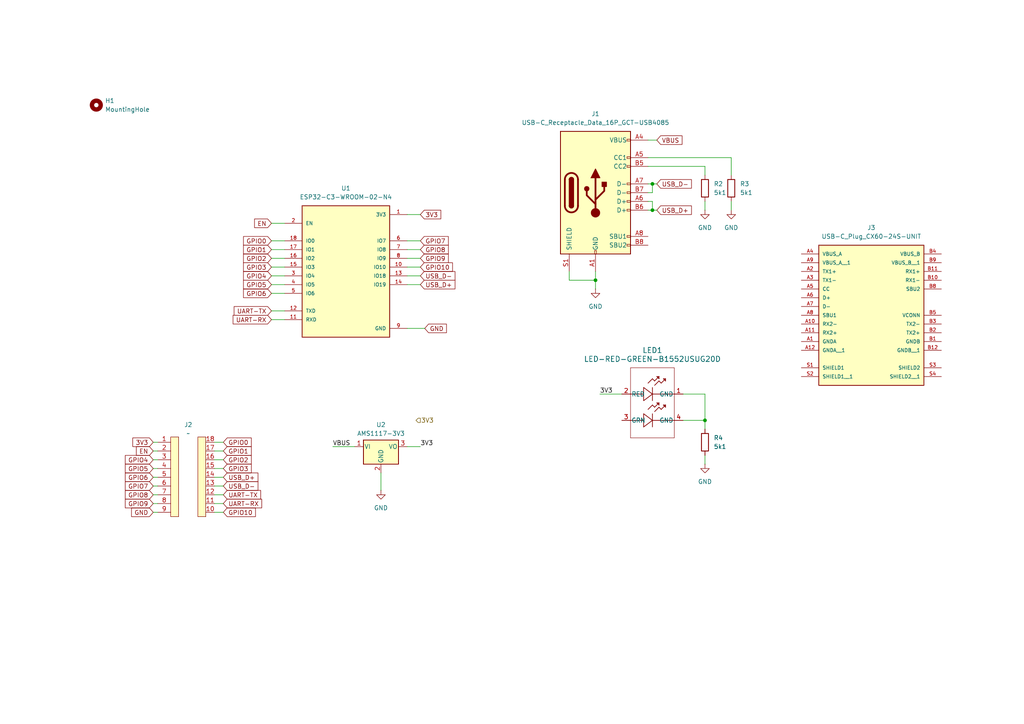
<source format=kicad_sch>
(kicad_sch (version 20231120) (generator "eeschema") (generator_version "8.0")
  (paper "A4")
  (lib_symbols
    (symbol "Alexander Symbol Library:ESP32-C3-WROOM-02-N4" (pin_names (offset 1.016))
      (property "Reference" "U" (at -12.7 21.082 0))
      (property "Value" "ESP32-C3-WROOM-02-N4" (at -13.208 -19.05 0))
      (symbol "ESP32-C3-WROOM-02-N4_0_0"
        (rectangle (start -12.7 20.32) (end 12.7 -17.78) (stroke (width 0.254)) (fill (type background)))
        (pin power_in line (at 17.78 17.78 180) (length 5.08) (name "3V3") (number "1"))
        (pin bidirectional line (at 17.78 2.54 180) (length 5.08) (name "IO10") (number "10"))
        (pin bidirectional line (at -17.78 -12.7 0) (length 5.08) (name "RXD") (number "11"))
        (pin bidirectional line (at -17.78 -10.16 0) (length 5.08) (name "TXD") (number "12"))
        (pin bidirectional line (at 17.78 0 180) (length 5.08) (name "IO18") (number "13"))
        (pin bidirectional line (at 17.78 -2.54 180) (length 5.08) (name "IO19") (number "14"))
        (pin bidirectional line (at -17.78 2.54 0) (length 5.08) (name "IO3") (number "15"))
        (pin bidirectional line (at -17.78 5.08 0) (length 5.08) (name "IO2") (number "16"))
        (pin bidirectional line (at -17.78 7.62 0) (length 5.08) (name "IO1") (number "17"))
        (pin bidirectional line (at -17.78 10.16 0) (length 5.08) (name "IO0") (number "18"))
        (pin power_in line (at 17.78 -15.24 180) (length 5.08) hide (name "GND__1") (number "19"))
        (pin input line (at -17.78 15.24 0) (length 5.08) (name "EN") (number "2"))
        (pin power_in line (at 17.78 -15.24 180) (length 5.08) hide (name "GND__2") (number "20"))
        (pin power_in line (at 17.78 -15.24 180) (length 5.08) hide (name "GND__3") (number "21"))
        (pin power_in line (at 17.78 -15.24 180) (length 5.08) hide (name "GND__4") (number "22"))
        (pin power_in line (at 17.78 -15.24 180) (length 5.08) hide (name "GND__5") (number "23"))
        (pin power_in line (at 17.78 -15.24 180) (length 5.08) hide (name "GND__6") (number "24"))
        (pin power_in line (at 17.78 -15.24 180) (length 5.08) hide (name "GND__7") (number "25"))
        (pin power_in line (at 17.78 -15.24 180) (length 5.08) hide (name "GND__8") (number "26"))
        (pin power_in line (at 17.78 -15.24 180) (length 5.08) hide (name "GND__9") (number "27"))
        (pin power_in line (at 17.78 -15.24 180) (length 5.08) hide (name "GND__10") (number "28"))
        (pin power_in line (at 17.78 -15.24 180) (length 5.08) hide (name "GND__11") (number "29"))
        (pin bidirectional line (at -17.78 0 0) (length 5.08) (name "IO4") (number "3"))
        (pin power_in line (at 17.78 -15.24 180) (length 5.08) hide (name "GND__12") (number "30"))
        (pin power_in line (at 17.78 -15.24 180) (length 5.08) hide (name "GND__13") (number "31"))
        (pin power_in line (at 17.78 -15.24 180) (length 5.08) hide (name "GND__14") (number "32"))
        (pin power_in line (at 17.78 -15.24 180) (length 5.08) hide (name "GND__15") (number "33"))
        (pin power_in line (at 17.78 -15.24 180) (length 5.08) hide (name "GND__16") (number "34"))
        (pin power_in line (at 17.78 -15.24 180) (length 5.08) hide (name "GND__17") (number "35"))
        (pin power_in line (at 17.78 -15.24 180) (length 5.08) hide (name "GND__18") (number "36"))
        (pin power_in line (at 17.78 -15.24 180) (length 5.08) hide (name "GND__19") (number "37"))
        (pin power_in line (at 17.78 -15.24 180) (length 5.08) hide (name "GND__20") (number "38"))
        (pin power_in line (at 17.78 -15.24 180) (length 5.08) hide (name "GND__21") (number "39"))
        (pin bidirectional line (at -17.78 -2.54 0) (length 5.08) (name "IO5") (number "4"))
        (pin bidirectional line (at -17.78 -5.08 0) (length 5.08) (name "IO6") (number "5"))
        (pin bidirectional line (at 17.78 10.16 180) (length 5.08) (name "IO7") (number "6"))
        (pin bidirectional line (at 17.78 7.62 180) (length 5.08) (name "IO8") (number "7"))
        (pin bidirectional line (at 17.78 5.08 180) (length 5.08) (name "IO9") (number "8"))
        (pin power_in line (at 17.78 -15.24 180) (length 5.08) (name "GND") (number "9"))
      )
    )
    (symbol "Alexander Symbol Library:USB-C_Receptacle_Data_16P_GCT-USB4085" (pin_names (offset 1.016))
      (property "Reference" "J" (at 0 22.225 0))
      (property "Value" "USB-C_Receptacle_Data_16P_GCT-USB4085" (at 0 19.685 0))
      (symbol "USB-C_Receptacle_Data_16P_GCT-USB4085_0_0"
        (rectangle (start -0.254 -17.78) (end 0.254 -16.764))
        (rectangle (start 10.16 -14.986) (end 9.144 -15.494))
        (rectangle (start 10.16 -12.446) (end 9.144 -12.954))
        (rectangle (start 10.16 -4.826) (end 9.144 -5.334))
        (rectangle (start 10.16 -2.286) (end 9.144 -2.794))
        (rectangle (start 10.16 0.254) (end 9.144 -0.254))
        (rectangle (start 10.16 2.794) (end 9.144 2.286))
        (rectangle (start 10.16 7.874) (end 9.144 7.366))
        (rectangle (start 10.16 10.414) (end 9.144 9.906))
        (rectangle (start 10.16 15.494) (end 9.144 14.986))
      )
      (symbol "USB-C_Receptacle_Data_16P_GCT-USB4085_0_1"
        (rectangle (start -10.16 17.78) (end 10.16 -17.78) (stroke (width 0.254)) (fill (type background)))
        (arc (start -8.89 -3.81) (mid -6.985 -5.7067) (end -5.08 -3.81) (stroke (width 0.508)))
        (arc (start -7.62 -3.81) (mid -6.985 -4.4423) (end -6.35 -3.81) (stroke (width 0.254)))
        (arc (start -7.62 -3.81) (mid -6.985 -4.4423) (end -6.35 -3.81) (stroke (width 0.254)) (fill (type outline)))
        (rectangle (start -7.62 -3.81) (end -6.35 3.81) (stroke (width 0.254)) (fill (type outline)))
        (arc (start -6.35 3.81) (mid -6.985 4.4423) (end -7.62 3.81) (stroke (width 0.254)))
        (arc (start -6.35 3.81) (mid -6.985 4.4423) (end -7.62 3.81) (stroke (width 0.254)) (fill (type outline)))
        (arc (start -5.08 3.81) (mid -6.985 5.7067) (end -8.89 3.81) (stroke (width 0.508)))
        (circle (center -2.54 1.143) (radius 0.635) (stroke (width 0.254)) (fill (type outline)))
        (circle (center 0 -5.842) (radius 1.27) (fill (type outline)))
        (polyline (pts (xy -8.89 -3.81) (xy -8.89 3.81)) (stroke (width 0.508)))
        (polyline (pts (xy -5.08 3.81) (xy -5.08 -3.81)) (stroke (width 0.508)))
        (polyline (pts (xy 0 -5.842) (xy 0 4.318)) (stroke (width 0.508)))
        (polyline (pts (xy 0 -3.302) (xy -2.54 -0.762) (xy -2.54 0.508)) (stroke (width 0.508)))
        (polyline (pts (xy 0 -2.032) (xy 2.54 0.508) (xy 2.54 1.778)) (stroke (width 0.508)))
        (polyline (pts (xy -1.27 4.318) (xy 0 6.858) (xy 1.27 4.318) (xy -1.27 4.318)) (stroke (width 0.254)) (fill (type outline)))
        (rectangle (start 1.905 1.778) (end 3.175 3.048) (stroke (width 0.254)) (fill (type outline)))
      )
      (symbol "USB-C_Receptacle_Data_16P_GCT-USB4085_1_1"
        (pin power_in line (at 0 -22.86 90) (length 5.08) (name "GND") (number "A1"))
        (pin power_in line (at 0 -22.86 90) (length 5.08) hide (name "GND") (number "A12"))
        (pin power_out line (at 15.24 15.24 180) (length 5.08) (name "VBUS") (number "A4"))
        (pin bidirectional line (at 15.24 10.16 180) (length 5.08) (name "CC1") (number "A5"))
        (pin bidirectional line (at 15.24 -2.54 180) (length 5.08) (name "D+") (number "A6"))
        (pin bidirectional line (at 15.24 2.54 180) (length 5.08) (name "D-") (number "A7"))
        (pin bidirectional line (at 15.24 -12.7 180) (length 5.08) (name "SBU1") (number "A8"))
        (pin power_out line (at 15.24 15.24 180) (length 5.08) hide (name "VBUS") (number "A9"))
        (pin power_in line (at 0 -22.86 90) (length 5.08) hide (name "GND") (number "B1"))
        (pin power_in line (at 0 -22.86 90) (length 5.08) hide (name "GND") (number "B12"))
        (pin power_out line (at 15.24 15.24 180) (length 5.08) hide (name "VBUS") (number "B4"))
        (pin bidirectional line (at 15.24 7.62 180) (length 5.08) (name "CC2") (number "B5"))
        (pin bidirectional line (at 15.24 -5.08 180) (length 5.08) (name "D+") (number "B6"))
        (pin bidirectional line (at 15.24 0 180) (length 5.08) (name "D-") (number "B7"))
        (pin bidirectional line (at 15.24 -15.24 180) (length 5.08) (name "SBU2") (number "B8"))
        (pin passive line (at 15.24 15.24 180) (length 5.08) hide (name "VBUS") (number "B9"))
        (pin power_in line (at -7.62 -22.86 90) (length 5.08) (name "SHIELD") (number "S1"))
        (pin power_in line (at -7.62 -22.86 90) (length 5.08) hide (name "SHIELD") (number "S2"))
        (pin power_in line (at -7.62 -22.86 90) (length 5.08) hide (name "SHIELD") (number "S3"))
        (pin power_in line (at -7.62 -22.86 90) (length 5.08) hide (name "SHIELD") (number "S4"))
      )
    )
    (symbol "Alexander_Library_Symbols:Conn_ESP32-C3-02x09"
      (property "Reference" "J" (at 0 0 0))
      (symbol "Conn_ESP32-C3-02x09_0_1"
        (rectangle (start -5.08 -2.286) (end -2.794 -25.4) (fill (type background)))
        (rectangle (start 2.794 -2.286) (end 5.08 -25.4) (fill (type background)))
      )
      (symbol "Conn_ESP32-C3-02x09_1_0"
        (pin bidirectional line (at 7.62 -24.13 180) (length 2.54) (name "") (number "10"))
        (pin bidirectional line (at 7.62 -21.59 180) (length 2.54) (name "") (number "11"))
        (pin bidirectional line (at 7.62 -19.05 180) (length 2.54) (name "") (number "12"))
        (pin bidirectional line (at 7.62 -16.51 180) (length 2.54) (name "") (number "13"))
        (pin bidirectional line (at 7.62 -13.97 180) (length 2.54) (name "") (number "14"))
        (pin bidirectional line (at 7.62 -11.43 180) (length 2.54) (name "") (number "15"))
        (pin bidirectional line (at 7.62 -8.89 180) (length 2.54) (name "") (number "16"))
        (pin bidirectional line (at 7.62 -6.35 180) (length 2.54) (name "") (number "17"))
        (pin bidirectional line (at 7.62 -3.81 180) (length 2.54) (name "") (number "18"))
      )
      (symbol "Conn_ESP32-C3-02x09_1_1"
        (pin bidirectional line (at -8.89 -3.81 0) (length 3.81) (name "") (number "1"))
        (pin bidirectional line (at -8.89 -6.35 0) (length 3.81) (name "") (number "2"))
        (pin bidirectional line (at -8.89 -8.89 0) (length 3.81) (name "") (number "3"))
        (pin bidirectional line (at -8.89 -11.43 0) (length 3.81) (name "") (number "4"))
        (pin bidirectional line (at -8.89 -13.97 0) (length 3.81) (name "") (number "5"))
        (pin bidirectional line (at -8.89 -16.51 0) (length 3.81) (name "") (number "6"))
        (pin bidirectional line (at -8.89 -19.05 0) (length 3.81) (name "") (number "7"))
        (pin bidirectional line (at -8.89 -21.59 0) (length 3.81) (name "") (number "8"))
        (pin bidirectional line (at -8.89 -24.13 0) (length 3.81) (name "") (number "9"))
      )
    )
    (symbol "Alexander_Library_Symbols:LED-RED-GREEN-B1552USUG20D" (pin_names (offset 0.254))
      (property "Reference" "LED" (at 8.89 20.955 0))
      (property "Value" "LED-RED-GREEN-B1552USUG20D" (at 8.89 17.78 0))
      (symbol "LED-RED-GREEN-B1552USUG20D_0_1"
        (polyline (pts (xy 2.54 -12.7) (xy 15.24 -12.7)) (stroke (width 0.127)))
        (polyline (pts (xy 2.54 -7.62) (xy 6.0198 -7.62)) (stroke (width 0.2032)))
        (polyline (pts (xy 2.54 0) (xy 6.0198 0)) (stroke (width 0.2032)))
        (polyline (pts (xy 2.54 7.62) (xy 2.54 -12.7)) (stroke (width 0.127)))
        (polyline (pts (xy 5.715 -7.62) (xy 6.35 -7.62)) (stroke (width 0.2032)))
        (polyline (pts (xy 5.715 0) (xy 6.35 0)) (stroke (width 0.2032)))
        (polyline (pts (xy 6.35 -9.525) (xy 8.89 -7.62)) (stroke (width 0.2032)))
        (polyline (pts (xy 6.35 -5.715) (xy 6.35 -9.525)) (stroke (width 0.2032)))
        (polyline (pts (xy 6.35 -1.905) (xy 8.89 0)) (stroke (width 0.2032)))
        (polyline (pts (xy 6.35 1.905) (xy 6.35 -1.905)) (stroke (width 0.2032)))
        (polyline (pts (xy 7.62 -4.445) (xy 8.89 -3.175)) (stroke (width 0.2032)))
        (polyline (pts (xy 7.62 3.175) (xy 8.89 4.445)) (stroke (width 0.2032)))
        (polyline (pts (xy 8.89 -9.525) (xy 8.89 -5.715)) (stroke (width 0.2032)))
        (polyline (pts (xy 8.89 -7.62) (xy 6.35 -5.715)) (stroke (width 0.2032)))
        (polyline (pts (xy 8.89 -7.62) (xy 15.24 -7.62)) (stroke (width 0.2032)))
        (polyline (pts (xy 8.89 -3.175) (xy 9.525 -3.81)) (stroke (width 0.2032)))
        (polyline (pts (xy 8.89 -1.905) (xy 8.89 1.905)) (stroke (width 0.2032)))
        (polyline (pts (xy 8.89 0) (xy 6.35 1.905)) (stroke (width 0.2032)))
        (polyline (pts (xy 8.89 0) (xy 15.24 0)) (stroke (width 0.2032)))
        (polyline (pts (xy 8.89 4.445) (xy 9.525 3.81)) (stroke (width 0.2032)))
        (polyline (pts (xy 9.525 -5.08) (xy 10.795 -3.81)) (stroke (width 0.2032)))
        (polyline (pts (xy 9.525 -3.81) (xy 10.795 -2.54)) (stroke (width 0.2032)))
        (polyline (pts (xy 9.525 2.54) (xy 10.795 3.81)) (stroke (width 0.2032)))
        (polyline (pts (xy 9.525 3.81) (xy 10.795 5.08)) (stroke (width 0.2032)))
        (polyline (pts (xy 10.16 -2.54) (xy 10.795 -3.175)) (stroke (width 0.2032)))
        (polyline (pts (xy 10.16 5.08) (xy 10.795 4.445)) (stroke (width 0.2032)))
        (polyline (pts (xy 10.795 -3.81) (xy 11.43 -4.445)) (stroke (width 0.2032)))
        (polyline (pts (xy 10.795 -3.175) (xy 10.795 -2.54)) (stroke (width 0.2032)))
        (polyline (pts (xy 10.795 -2.54) (xy 10.16 -2.54)) (stroke (width 0.2032)))
        (polyline (pts (xy 10.795 3.81) (xy 11.43 3.175)) (stroke (width 0.2032)))
        (polyline (pts (xy 10.795 4.445) (xy 10.795 5.08)) (stroke (width 0.2032)))
        (polyline (pts (xy 10.795 5.08) (xy 10.16 5.08)) (stroke (width 0.2032)))
        (polyline (pts (xy 11.43 -4.445) (xy 12.7 -3.175)) (stroke (width 0.2032)))
        (polyline (pts (xy 11.43 3.175) (xy 12.7 4.445)) (stroke (width 0.2032)))
        (polyline (pts (xy 12.065 -3.175) (xy 12.7 -3.81)) (stroke (width 0.2032)))
        (polyline (pts (xy 12.065 4.445) (xy 12.7 3.81)) (stroke (width 0.2032)))
        (polyline (pts (xy 12.7 -3.81) (xy 12.7 -3.175)) (stroke (width 0.2032)))
        (polyline (pts (xy 12.7 -3.175) (xy 12.065 -3.175)) (stroke (width 0.2032)))
        (polyline (pts (xy 12.7 3.81) (xy 12.7 4.445)) (stroke (width 0.2032)))
        (polyline (pts (xy 12.7 4.445) (xy 12.065 4.445)) (stroke (width 0.2032)))
        (polyline (pts (xy 15.24 -12.7) (xy 15.24 7.62)) (stroke (width 0.127)))
        (polyline (pts (xy 15.24 7.62) (xy 2.54 7.62)) (stroke (width 0.127)))
        (pin power_in line (at 17.78 0 180) (length 2.54) (name "GND") (number "1"))
        (pin power_out line (at 0 0 0) (length 2.54) (name "RED") (number "2"))
        (pin power_in line (at 0 -7.62 0) (length 2.54) (name "GRN") (number "3"))
        (pin power_out line (at 17.78 -7.62 180) (length 2.54) (name "GND") (number "4"))
      )
    )
    (symbol "Alexander_Library_Symbols:USB-C_Plug_CX60-24S-UNIT" (pin_names (offset 1.016))
      (property "Reference" "J" (at -15.24 16.51 0))
      (property "Value" "USB-C_Plug_CX60-24S-UNIT" (at -15.24 -26.67 0))
      (symbol "USB-C_Plug_CX60-24S-UNIT_0_0"
        (rectangle (start -15.24 -25.4) (end 15.24 15.24) (stroke (width 0.254)) (fill (type background)))
        (pin power_in line (at -20.32 -12.7 0) (length 5.08) (name "GNDA") (number "A1"))
        (pin bidirectional line (at -20.32 -7.62 0) (length 5.08) (name "RX2-") (number "A10"))
        (pin bidirectional line (at -20.32 -10.16 0) (length 5.08) (name "RX2+") (number "A11"))
        (pin power_in line (at -20.32 -15.24 0) (length 5.08) (name "GNDA__1") (number "A12"))
        (pin bidirectional line (at -20.32 7.62 0) (length 5.08) (name "TX1+") (number "A2"))
        (pin bidirectional line (at -20.32 5.08 0) (length 5.08) (name "TX1-") (number "A3"))
        (pin power_in line (at -20.32 12.7 0) (length 5.08) (name "VBUS_A") (number "A4"))
        (pin bidirectional line (at -20.32 2.54 0) (length 5.08) (name "CC") (number "A5"))
        (pin bidirectional line (at -20.32 0 0) (length 5.08) (name "D+") (number "A6"))
        (pin bidirectional line (at -20.32 -2.54 0) (length 5.08) (name "D-") (number "A7"))
        (pin bidirectional line (at -20.32 -5.08 0) (length 5.08) (name "SBU1") (number "A8"))
        (pin power_in line (at -20.32 10.16 0) (length 5.08) (name "VBUS_A__1") (number "A9"))
        (pin power_in line (at 20.32 -12.7 180) (length 5.08) (name "GNDB") (number "B1"))
        (pin bidirectional line (at 20.32 5.08 180) (length 5.08) (name "RX1-") (number "B10"))
        (pin bidirectional line (at 20.32 7.62 180) (length 5.08) (name "RX1+") (number "B11"))
        (pin power_in line (at 20.32 -15.24 180) (length 5.08) (name "GNDB__1") (number "B12"))
        (pin bidirectional line (at 20.32 -10.16 180) (length 5.08) (name "TX2+") (number "B2"))
        (pin bidirectional line (at 20.32 -7.62 180) (length 5.08) (name "TX2-") (number "B3"))
        (pin power_in line (at 20.32 12.7 180) (length 5.08) (name "VBUS_B") (number "B4"))
        (pin bidirectional line (at 20.32 -5.08 180) (length 5.08) (name "VCONN") (number "B5"))
        (pin bidirectional line (at 20.32 2.54 180) (length 5.08) (name "SBU2") (number "B8"))
        (pin power_in line (at 20.32 10.16 180) (length 5.08) (name "VBUS_B__1") (number "B9"))
        (pin passive line (at -20.32 -20.32 0) (length 5.08) (name "SHIELD1") (number "S1"))
        (pin passive line (at -20.32 -22.86 0) (length 5.08) (name "SHIELD1__1") (number "S2"))
        (pin passive line (at 20.32 -20.32 180) (length 5.08) (name "SHIELD2") (number "S3"))
        (pin passive line (at 20.32 -22.86 180) (length 5.08) (name "SHIELD2__1") (number "S4"))
      )
    )
    (symbol "Device:R" (pin_numbers hide) (pin_names (offset 0))
      (property "Reference" "R" (at 2.032 0 90))
      (property "Value" "R" (at 0 0 90))
      (symbol "R_0_1"
        (rectangle (start -1.016 -2.54) (end 1.016 2.54) (stroke (width 0.254)))
      )
      (symbol "R_1_1"
        (pin passive line (at 0 3.81 270) (length 1.27) (name "~") (number "1"))
        (pin passive line (at 0 -3.81 90) (length 1.27) (name "~") (number "2"))
      )
    )
    (symbol "Mechanical:MountingHole" (pin_names (offset 1.016))
      (property "Reference" "H" (at 0 5.08 0))
      (property "Value" "MountingHole" (at 0 3.175 0))
      (symbol "MountingHole_0_1"
        (circle (center 0 0) (radius 1.27) (stroke (width 1.27)))
      )
    )
    (symbol "Regulator_Linear:LM78M05_TO220" (pin_names (offset 0.254))
      (property "Reference" "U" (at -3.81 3.175 0))
      (property "Value" "LM78M05_TO220" (at 0 3.175 0))
      (symbol "LM78M05_TO220_0_1"
        (rectangle (start -5.08 1.905) (end 5.08 -5.08) (stroke (width 0.254)) (fill (type background)))
      )
      (symbol "LM78M05_TO220_1_1"
        (pin power_in line (at -7.62 0 0) (length 2.54) (name "VI") (number "1"))
        (pin power_in line (at 0 -7.62 90) (length 2.54) (name "GND") (number "2"))
        (pin power_out line (at 7.62 0 180) (length 2.54) (name "VO") (number "3"))
      )
    )
    (symbol "power:GND" (power) (pin_numbers hide) (pin_names (offset 0) hide)
      (property "Value" "GND" (at 0 -3.81 0))
      (symbol "GND_0_1"
        (polyline (pts (xy 0 0) (xy 0 -1.27) (xy 1.27 -1.27) (xy 0 -2.54) (xy -1.27 -1.27) (xy 0 -1.27)))
      )
      (symbol "GND_1_1"
        (pin power_in line (at 0 0 270) (length 0) (name "~") (number "1"))
      )
    )
  )
  (junction (at 204.47 121.92))
  (junction (at 172.72 81.28))
  (junction (at 189.23 60.96))
  (junction (at 189.23 53.34))
  (wire (pts (xy 62.23 146.05) (xy 64.77 146.05)))
  (wire (pts (xy 44.45 128.27) (xy 45.72 128.27)))
  (wire (pts (xy 44.45 138.43) (xy 45.72 138.43)))
  (wire (pts (xy 110.49 137.16) (xy 110.49 142.24)))
  (wire (pts (xy 198.12 114.3) (xy 204.47 114.3)))
  (wire (pts (xy 62.23 138.43) (xy 64.77 138.43)))
  (wire (pts (xy 44.45 130.81) (xy 45.72 130.81)))
  (wire (pts (xy 165.1 78.74) (xy 165.1 81.28)))
  (wire (pts (xy 118.11 77.47) (xy 121.92 77.47)))
  (wire (pts (xy 78.74 80.01) (xy 82.55 80.01)))
  (wire (pts (xy 62.23 128.27) (xy 64.77 128.27)))
  (wire (pts (xy 187.96 53.34) (xy 189.23 53.34)))
  (wire (pts (xy 187.96 58.42) (xy 189.23 58.42)))
  (wire (pts (xy 78.74 72.39) (xy 82.55 72.39)))
  (wire (pts (xy 204.47 58.42) (xy 204.47 60.96)))
  (wire (pts (xy 204.47 114.3) (xy 204.47 121.92)))
  (wire (pts (xy 204.47 48.26) (xy 204.47 50.8)))
  (wire (pts (xy 78.74 85.09) (xy 82.55 85.09)))
  (wire (pts (xy 204.47 132.08) (xy 204.47 134.62)))
  (wire (pts (xy 212.09 58.42) (xy 212.09 60.96)))
  (wire (pts (xy 62.23 133.35) (xy 64.77 133.35)))
  (wire (pts (xy 96.52 129.54) (xy 102.87 129.54)))
  (wire (pts (xy 78.74 69.85) (xy 82.55 69.85)))
  (wire (pts (xy 189.23 53.34) (xy 190.5 53.34)))
  (wire (pts (xy 44.45 148.59) (xy 45.72 148.59)))
  (wire (pts (xy 78.74 82.55) (xy 82.55 82.55)))
  (wire (pts (xy 212.09 45.72) (xy 212.09 50.8)))
  (wire (pts (xy 78.74 90.17) (xy 82.55 90.17)))
  (wire (pts (xy 187.96 40.64) (xy 190.5 40.64)))
  (wire (pts (xy 118.11 82.55) (xy 121.92 82.55)))
  (wire (pts (xy 187.96 55.88) (xy 189.23 55.88)))
  (wire (pts (xy 172.72 81.28) (xy 172.72 83.82)))
  (wire (pts (xy 187.96 60.96) (xy 189.23 60.96)))
  (wire (pts (xy 204.47 121.92) (xy 204.47 124.46)))
  (wire (pts (xy 118.11 62.23) (xy 121.92 62.23)))
  (wire (pts (xy 187.96 45.72) (xy 212.09 45.72)))
  (wire (pts (xy 118.11 69.85) (xy 121.92 69.85)))
  (wire (pts (xy 189.23 58.42) (xy 189.23 60.96)))
  (wire (pts (xy 118.11 95.25) (xy 123.19 95.25)))
  (wire (pts (xy 44.45 133.35) (xy 45.72 133.35)))
  (wire (pts (xy 62.23 135.89) (xy 64.77 135.89)))
  (wire (pts (xy 44.45 143.51) (xy 45.72 143.51)))
  (wire (pts (xy 118.11 72.39) (xy 121.92 72.39)))
  (wire (pts (xy 118.11 74.93) (xy 121.92 74.93)))
  (wire (pts (xy 44.45 146.05) (xy 45.72 146.05)))
  (wire (pts (xy 78.74 74.93) (xy 82.55 74.93)))
  (wire (pts (xy 78.74 77.47) (xy 82.55 77.47)))
  (wire (pts (xy 62.23 148.59) (xy 64.77 148.59)))
  (wire (pts (xy 187.96 48.26) (xy 204.47 48.26)))
  (wire (pts (xy 118.11 129.54) (xy 121.92 129.54)))
  (wire (pts (xy 44.45 135.89) (xy 45.72 135.89)))
  (wire (pts (xy 44.45 140.97) (xy 45.72 140.97)))
  (wire (pts (xy 165.1 81.28) (xy 172.72 81.28)))
  (wire (pts (xy 62.23 140.97) (xy 64.77 140.97)))
  (wire (pts (xy 62.23 143.51) (xy 64.77 143.51)))
  (wire (pts (xy 118.11 80.01) (xy 121.92 80.01)))
  (wire (pts (xy 198.12 121.92) (xy 204.47 121.92)))
  (wire (pts (xy 189.23 55.88) (xy 189.23 53.34)))
  (wire (pts (xy 78.74 92.71) (xy 82.55 92.71)))
  (wire (pts (xy 173.99 114.3) (xy 180.34 114.3)))
  (wire (pts (xy 62.23 130.81) (xy 64.77 130.81)))
  (wire (pts (xy 189.23 60.96) (xy 190.5 60.96)))
  (wire (pts (xy 172.72 78.74) (xy 172.72 81.28)))
  (wire (pts (xy 78.74 64.77) (xy 82.55 64.77)))
  (label "3V3" (at 173.99 114.3 0))
  (label "VBUS" (at 96.52 129.54 0))
  (label "3V3" (at 121.92 129.54 0))
  (global_label "USB_D-" (shape input) (at 64.77 140.97 0) (property "Intersheetrefs" "${INTERSHEET_REFS}" (effects (hide yes))))
  (global_label "GPIO0" (shape input) (at 64.77 128.27 0) (property "Intersheetrefs" "${INTERSHEET_REFS}" (effects (hide yes))))
  (global_label "GPIO8" (shape input) (at 44.45 143.51 180) (property "Intersheetrefs" "${INTERSHEET_REFS}" (effects (hide yes))))
  (global_label "GPIO6" (shape input) (at 44.45 138.43 180) (property "Intersheetrefs" "${INTERSHEET_REFS}" (effects (hide yes))))
  (global_label "GPIO9" (shape input) (at 121.92 74.93 0) (property "Intersheetrefs" "${INTERSHEET_REFS}" (effects (hide yes))))
  (global_label "GPIO2" (shape input) (at 78.74 74.93 180) (property "Intersheetrefs" "${INTERSHEET_REFS}" (effects (hide yes))))
  (global_label "EN" (shape input) (at 78.74 64.77 180) (property "Intersheetrefs" "${INTERSHEET_REFS}" (effects (hide yes))))
  (global_label "GPIO0" (shape input) (at 78.74 69.85 180) (property "Intersheetrefs" "${INTERSHEET_REFS}" (effects (hide yes))))
  (global_label "3V3" (shape input) (at 44.45 128.27 180) (property "Intersheetrefs" "${INTERSHEET_REFS}" (effects (hide yes))))
  (global_label "USB_D-" (shape input) (at 190.5 53.34 0) (property "Intersheetrefs" "${INTERSHEET_REFS}" (effects (hide yes))))
  (global_label "GND" (shape input) (at 123.19 95.25 0) (property "Intersheetrefs" "${INTERSHEET_REFS}" (effects (hide yes))))
  (global_label "EN" (shape input) (at 44.45 130.81 180) (property "Intersheetrefs" "${INTERSHEET_REFS}" (effects (hide yes))))
  (global_label "USB_D+" (shape input) (at 64.77 138.43 0) (property "Intersheetrefs" "${INTERSHEET_REFS}" (effects (hide yes))))
  (global_label "GPIO8" (shape input) (at 121.92 72.39 0) (property "Intersheetrefs" "${INTERSHEET_REFS}" (effects (hide yes))))
  (global_label "GPIO10" (shape input) (at 121.92 77.47 0) (property "Intersheetrefs" "${INTERSHEET_REFS}" (effects (hide yes))))
  (global_label "GPIO9" (shape input) (at 44.45 146.05 180) (property "Intersheetrefs" "${INTERSHEET_REFS}" (effects (hide yes))))
  (global_label "GPIO1" (shape input) (at 78.74 72.39 180) (property "Intersheetrefs" "${INTERSHEET_REFS}" (effects (hide yes))))
  (global_label "GPIO7" (shape input) (at 44.45 140.97 180) (property "Intersheetrefs" "${INTERSHEET_REFS}" (effects (hide yes))))
  (global_label "USB_D+" (shape input) (at 190.5 60.96 0) (property "Intersheetrefs" "${INTERSHEET_REFS}" (effects (hide yes))))
  (global_label "GPIO4" (shape input) (at 78.74 80.01 180) (property "Intersheetrefs" "${INTERSHEET_REFS}" (effects (hide yes))))
  (global_label "GPIO3" (shape input) (at 78.74 77.47 180) (property "Intersheetrefs" "${INTERSHEET_REFS}" (effects (hide yes))))
  (global_label "GPIO10" (shape input) (at 64.77 148.59 0) (property "Intersheetrefs" "${INTERSHEET_REFS}" (effects (hide yes))))
  (global_label "USB_D+" (shape input) (at 121.92 82.55 0) (property "Intersheetrefs" "${INTERSHEET_REFS}" (effects (hide yes))))
  (global_label "GPIO5" (shape input) (at 44.45 135.89 180) (property "Intersheetrefs" "${INTERSHEET_REFS}" (effects (hide yes))))
  (global_label "UART-RX" (shape input) (at 78.74 92.71 180) (property "Intersheetrefs" "${INTERSHEET_REFS}" (effects (hide yes))))
  (global_label "UART-TX" (shape input) (at 78.74 90.17 180) (property "Intersheetrefs" "${INTERSHEET_REFS}" (effects (hide yes))))
  (global_label "UART-RX" (shape input) (at 64.77 146.05 0) (property "Intersheetrefs" "${INTERSHEET_REFS}" (effects (hide yes))))
  (global_label "GPIO5" (shape input) (at 78.74 82.55 180) (property "Intersheetrefs" "${INTERSHEET_REFS}" (effects (hide yes))))
  (global_label "USB_D-" (shape input) (at 121.92 80.01 0) (property "Intersheetrefs" "${INTERSHEET_REFS}" (effects (hide yes))))
  (global_label "GPIO1" (shape input) (at 64.77 130.81 0) (property "Intersheetrefs" "${INTERSHEET_REFS}" (effects (hide yes))))
  (global_label "GPIO6" (shape input) (at 78.74 85.09 180) (property "Intersheetrefs" "${INTERSHEET_REFS}" (effects (hide yes))))
  (global_label "GPIO3" (shape input) (at 64.77 135.89 0) (property "Intersheetrefs" "${INTERSHEET_REFS}" (effects (hide yes))))
  (global_label "GPIO4" (shape input) (at 44.45 133.35 180) (property "Intersheetrefs" "${INTERSHEET_REFS}" (effects (hide yes))))
  (global_label "VBUS" (shape input) (at 190.5 40.64 0) (property "Intersheetrefs" "${INTERSHEET_REFS}" (effects (hide yes))))
  (global_label "GND" (shape input) (at 44.45 148.59 180) (property "Intersheetrefs" "${INTERSHEET_REFS}" (effects (hide yes))))
  (global_label "GPIO2" (shape input) (at 64.77 133.35 0) (property "Intersheetrefs" "${INTERSHEET_REFS}" (effects (hide yes))))
  (global_label "GPIO7" (shape input) (at 121.92 69.85 0) (property "Intersheetrefs" "${INTERSHEET_REFS}" (effects (hide yes))))
  (global_label "3V3" (shape input) (at 121.92 62.23 0) (property "Intersheetrefs" "${INTERSHEET_REFS}" (effects (hide yes))))
  (global_label "UART-TX" (shape input) (at 64.77 143.51 0) (property "Intersheetrefs" "${INTERSHEET_REFS}" (effects (hide yes))))
  (hierarchical_label "3V3" (shape input) (at 120.65 121.92 0))
  (symbol (lib_id "Alexander_Library_Symbols:Conn_ESP32-C3-02x09") (at 54.61 124.46 0) (unit 1)
    (property "Reference" "J2" (at 54.61 123.19 0))
    (property "Value" "~" (at 54.61 125.73 0))
    (property "Footprint" "Alexander Footprint Library:Conn_ESP32-C3-WROOM-02" (effects (hide yes)))
  )
  (symbol (lib_id "Device:R") (at 204.47 54.61 180) (unit 1)
    (property "Reference" "R2" (at 207.01 53.3399 0) (effects (justify right)))
    (property "Value" "5k1" (at 207.01 55.8799 0) (effects (justify right)))
    (property "Footprint" "Resistor_SMD:R_1206_3216Metric_Pad1.30x1.75mm_HandSolder" (effects (hide yes)))
    (property "Description" "Resistor" (effects (hide yes)))
  )
  (symbol (lib_id "Alexander Symbol Library:ESP32-C3-WROOM-02-N4") (at 100.33 80.01 0) (unit 1)
    (property "Reference" "U1" (at 100.33 54.61 0))
    (property "Value" "ESP32-C3-WROOM-02-N4" (at 100.33 57.15 0))
    (property "Footprint" "Alexander Footprint Library:ESP32-C3-WROOM-02-H4" (effects (hide yes)))
    (property "MP" "ESP32-C3-WROOM-02-H4" (effects (hide yes)))
  )
  (symbol (lib_id "Device:R") (at 204.47 128.27 180) (unit 1)
    (property "Reference" "R4" (at 207.01 126.9999 0) (effects (justify right)))
    (property "Value" "5k1" (at 207.01 129.5399 0) (effects (justify right)))
    (property "Footprint" "Resistor_SMD:R_1206_3216Metric_Pad1.30x1.75mm_HandSolder" (effects (hide yes)))
    (property "Description" "Resistor" (effects (hide yes)))
  )
  (symbol (lib_id "Alexander_Library_Symbols:USB-C_Plug_CX60-24S-UNIT") (at 252.73 86.36 0) (unit 1)
    (property "Reference" "J3" (at 252.73 66.04 0))
    (property "Value" "USB-C_Plug_CX60-24S-UNIT" (at 252.73 68.58 0))
    (property "Footprint" "Alexander Footprint Library:USB-C_Plug_HIROSE_CX60-24S-UNIT" (effects (hide yes)))
    (property "PARTREV" "5" (effects (hide yes)))
    (property "STANDARD" "Manufacturer Recommendations" (effects (hide yes)))
    (property "MAXIMUM_PACKAGE_HEIGHT" "2.6 mm" (effects (hide yes)))
    (property "MANUFACTURER" "Hirose" (effects (hide yes)))
  )
  (symbol (lib_id "Regulator_Linear:LM78M05_TO220") (at 110.49 129.54 0) (unit 1)
    (property "Reference" "U2" (at 110.49 123.19 0))
    (property "Value" "AMS1117-3V3" (at 110.49 125.73 0))
    (property "Footprint" "Package_TO_SOT_SMD:SOT-223-3_TabPin2" (effects (hide yes)))
    (property "Datasheet" "https://www.onsemi.com/pub/Collateral/MC78M00-D.PDF" (effects (hide yes)))
  )
  (symbol (lib_id "power:GND") (at 172.72 83.82 0) (unit 1)
    (property "Reference" "#PWR04" (effects (hide yes)))
    (property "Value" "GND" (at 172.72 88.9 0))
    (property "Description" "Power symbol creates a global label with name \"GND\" , ground" (effects (hide yes)))
  )
  (symbol (lib_id "power:GND") (at 212.09 60.96 0) (unit 1)
    (property "Reference" "#PWR06" (effects (hide yes)))
    (property "Value" "GND" (at 212.09 66.04 0))
    (property "Description" "Power symbol creates a global label with name \"GND\" , ground" (effects (hide yes)))
  )
  (symbol (lib_id "power:GND") (at 204.47 60.96 0) (unit 1)
    (property "Reference" "#PWR05" (effects (hide yes)))
    (property "Value" "GND" (at 204.47 66.04 0))
    (property "Description" "Power symbol creates a global label with name \"GND\" , ground" (effects (hide yes)))
  )
  (symbol (lib_id "Alexander_Library_Symbols:LED-RED-GREEN-B1552USUG20D") (at 180.34 114.3 0) (unit 1)
    (property "Reference" "LED1" (at 189.23 101.6 0) (effects (font (size 1.524 1.524))))
    (property "Value" "LED-RED-GREEN-B1552USUG20D" (at 189.23 104.14 0) (effects (font (size 1.524 1.524))))
    (property "Footprint" "Alexander Footprint Library:B1552_HVK-M" (effects (hide yes)))
    (property "Datasheet" "B1552USUG20D000113U1930" (effects (hide yes)))
  )
  (symbol (lib_id "Alexander Symbol Library:USB-C_Receptacle_Data_16P_GCT-USB4085") (at 172.72 55.88 0) (unit 1)
    (property "Reference" "J1" (at 172.72 33.02 0))
    (property "Value" "USB-C_Receptacle_Data_16P_GCT-USB4085" (at 172.72 35.56 0))
    (property "Footprint" "Alexander Footprint Library:USB-C GCT CONN16_USB4085-GF-A" (effects (hide yes)))
  )
  (symbol (lib_id "power:GND") (at 110.49 142.24 0) (unit 1)
    (property "Reference" "#PWR02" (effects (hide yes)))
    (property "Value" "GND" (at 110.49 147.32 0))
    (property "Description" "Power symbol creates a global label with name \"GND\" , ground" (effects (hide yes)))
  )
  (symbol (lib_id "power:GND") (at 204.47 134.62 0) (unit 1)
    (property "Reference" "#PWR03" (effects (hide yes)))
    (property "Value" "GND" (at 204.47 139.7 0))
    (property "Description" "Power symbol creates a global label with name \"GND\" , ground" (effects (hide yes)))
  )
  (symbol (lib_id "Device:R") (at 212.09 54.61 180) (unit 1)
    (property "Reference" "R3" (at 214.63 53.3399 0) (effects (justify right)))
    (property "Value" "5k1" (at 214.63 55.8799 0) (effects (justify right)))
    (property "Footprint" "Resistor_SMD:R_1206_3216Metric_Pad1.30x1.75mm_HandSolder" (effects (hide yes)))
    (property "Description" "Resistor" (effects (hide yes)))
  )
  (symbol (lib_id "Mechanical:MountingHole") (at 27.94 30.48 0) (unit 1)
    (property "Reference" "H1" (at 30.48 29.2099 0) (effects (justify left)))
    (property "Value" "MountingHole" (at 30.48 31.7499 0) (effects (justify left)))
    (property "Description" "Mounting Hole without connection" (effects (hide yes)))
  )
)
</source>
